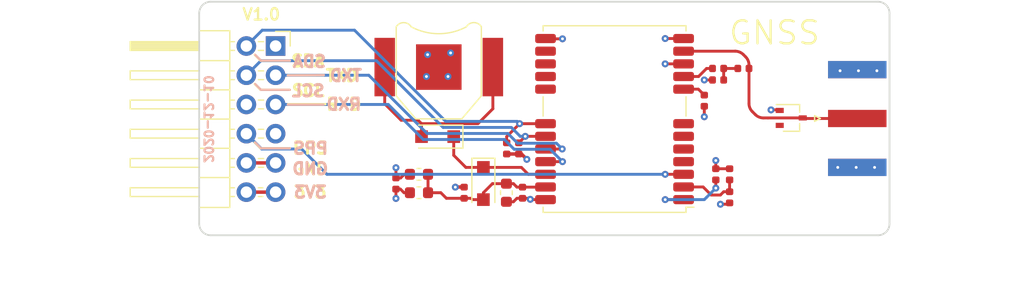
<source format=kicad_pcb>
(kicad_pcb (version 20221018) (generator pcbnew)
  (title_block (title "GNSS") (date "2020-12-17") (rev "r1.0") (company "GsD") (comment 1 "PMOD"))
  (layers (0 "F.Cu" signal) (1 "In1.Cu" signal) (2 "In2.Cu" signal) (31 "B.Cu" signal) (34 "B.Paste" user) (35 "F.Paste" user) (36 "B.SilkS" user "B.Silkscreen") (37 "F.SilkS" user "F.Silkscreen") (38 "B.Mask" user) (39 "F.Mask" user) (44 "Edge.Cuts" user))
  (net 0 "")
  (net 1 "GND")
  (net 2 "+3V3")
  (net 3 "Net-(C2-Pad1)")
  (net 4 "Net-(C6-Pad1)")
  (net 5 "Net-(C7-Pad1)")
  (net 6 "Net-(D1-Pad1)")
  (net 7 "Net-(D3-Pad3)")
  (net 8 "no_connect_23")
  (net 9 "Net-(J1-Pad1)")
  (net 10 "/TXD")
  (net 11 "/RXD")
  (net 12 "Net-(J1-Pad4)")
  (net 13 "/SDA")
  (net 14 "/SCL")
  (net 15 "Net-(J1-Pad9)")
  (net 16 "/TIMEPULSE")
  (net 17 "Net-(R3-Pad2)")
  (net 18 "Net-(R4-Pad2)")
  (net 19 "Net-(R5-Pad2)")
  (net 20 "Net-(R7-Pad2)")
  (net 21 "no_connect_27")
  (net 22 "no_connect_26")
  (net 23 "no_connect_25")
  (net 24 "no_connect_24")
  (net 25 "no_connect_28")
  (net 26 "Net-(U1-Pad6)")
  (net 27 "Net-(U1-Pad5)")
  (net 28 "Net-(U1-Pad4)")
  (footprint "Capacitor_SMD:C_0603_1608Metric" (layer "F.Cu") (at 126.6 96.2 180)
    (fp_text reference "C3" hide)
    (fp_text value "10uF" hide)
    (fp_line (start -0.162779 -0.51) (end 0.162779 -0.51) (stroke (width 0.12)) (layer "F.SilkS"))
    (fp_line (start -0.162779 0.51) (end 0.162779 0.51) (stroke (width 0.12)) (layer "F.SilkS"))
    (pad "1" smd roundrect (at -0.7875 0 180) (size 0.875 0.95) (layers "F.Cu" "F.Paste" "F.Mask") (net 3 "Net-(C2-Pad1)"))
    (pad "2" smd roundrect (at 0.7875 0 180) (size 0.875 0.95) (layers "F.Cu" "F.Paste" "F.Mask") (net 1 "GND"))
  )
  (footprint "Resistor_SMD:R_0402_1005Metric" (layer "F.Cu") (at 153.6 98.2 -90)
    (fp_text reference "R6" hide)
    (fp_text value "0R" hide)
    (pad "1" smd roundrect (at -0.485 0 270) (size 0.59 0.64) (layers "F.Cu" "F.Paste" "F.Mask") (net 19 "Net-(R5-Pad2)"))
    (pad "2" smd roundrect (at 0.485 0 270) (size 0.59 0.64) (layers "F.Cu" "F.Paste" "F.Mask") (net 1 "GND"))
  )
  (footprint "Diode_SMD:D_SOD-123F" (layer "F.Cu") (at 132.2 97 -90)
    (fp_text reference "D1" hide)
    (fp_text value "D_ALT" hide)
    (fp_line (start -2.2 -1) (end -2.2 1) (stroke (width 0.12)) (layer "F.SilkS"))
    (fp_line (start -2.2 -1) (end 1.65 -1) (stroke (width 0.12)) (layer "F.SilkS"))
    (fp_line (start -2.2 1) (end 1.65 1) (stroke (width 0.12)) (layer "F.SilkS"))
    (pad "1" smd rect (at -1.4 0 270) (size 1.1 1.1) (layers "F.Cu" "F.Paste" "F.Mask") (net 6 "Net-(D1-Pad1)"))
    (pad "2" smd rect (at 1.4 0 270) (size 1.1 1.1) (layers "F.Cu" "F.Paste" "F.Mask") (net 3 "Net-(C2-Pad1)"))
  )
  (footprint "Resistor_SMD:R_0402_1005Metric" (layer "F.Cu") (at 135.275 93.95 90)
    (fp_text reference "R1" hide)
    (fp_text value "2K2" hide)
    (pad "1" smd roundrect (at -0.485 0 90) (size 0.59 0.64) (layers "F.Cu" "F.Paste" "F.Mask") (net 2 "+3V3"))
    (pad "2" smd roundrect (at 0.485 0 90) (size 0.59 0.64) (layers "F.Cu" "F.Paste" "F.Mask") (net 14 "/SCL"))
  )
  (footprint "Resistor_SMD:R_0402_1005Metric" (layer "F.Cu") (at 134.225 93.95 90)
    (fp_text reference "R2" hide)
    (fp_text value "2K2" hide)
    (pad "1" smd roundrect (at -0.485 0 90) (size 0.59 0.64) (layers "F.Cu" "F.Paste" "F.Mask") (net 2 "+3V3"))
    (pad "2" smd roundrect (at 0.485 0 90) (size 0.59 0.64) (layers "F.Cu" "F.Paste" "F.Mask") (net 13 "/SDA"))
  )
  (footprint "Package_TO_SOT_SMD:SOT-323_SC-70" (layer "F.Cu") (at 158.956 91.2988)
    (fp_text reference "D3" hide)
    (fp_text value "TVS" hide)
    (fp_line (start -0.68 1.16) (end 0.73 1.16) (stroke (width 0.12)) (layer "F.SilkS"))
    (fp_line (start 0.73 -1.16) (end -1.3 -1.16) (stroke (width 0.12)) (layer "F.SilkS"))
    (fp_line (start 0.73 -1.16) (end 0.73 -0.5) (stroke (width 0.12)) (layer "F.SilkS"))
    (fp_line (start 0.73 0.5) (end 0.73 1.16) (stroke (width 0.12)) (layer "F.SilkS"))
    (pad "1" smd rect (at -1 -0.65 270) (size 0.45 0.7) (layers "F.Cu" "F.Paste" "F.Mask") (net 1 "GND"))
    (pad "2" smd rect (at -1 0.65 270) (size 0.45 0.7) (layers "F.Cu" "F.Paste" "F.Mask") (net 8 "no_connect_23"))
    (pad "3" smd rect (at 1 0 270) (size 0.45 0.7) (layers "F.Cu" "F.Paste" "F.Mask") (net 7 "Net-(D3-Pad3)"))
  )
  (footprint "Capacitor_SMD:C_0603_1608Metric" (layer "F.Cu") (at 134.2 97.8 -90)
    (fp_text reference "C2" hide)
    (fp_text value "10uF" hide)
    (fp_line (start -0.162779 -0.51) (end 0.162779 -0.51) (stroke (width 0.12)) (layer "F.SilkS"))
    (fp_line (start -0.162779 0.51) (end 0.162779 0.51) (stroke (width 0.12)) (layer "F.SilkS"))
    (pad "1" smd roundrect (at -0.7875 0 270) (size 0.875 0.95) (layers "F.Cu" "F.Paste" "F.Mask") (net 3 "Net-(C2-Pad1)"))
    (pad "2" smd roundrect (at 0.7875 0 270) (size 0.875 0.95) (layers "F.Cu" "F.Paste" "F.Mask") (net 1 "GND"))
  )
  (footprint "Capacitor_SMD:C_0402_1005Metric" (layer "F.Cu") (at 124.6 97 90)
    (fp_text reference "C1" hide)
    (fp_text value "1uF" hide)
    (pad "1" smd roundrect (at -0.485 0 90) (size 0.59 0.64) (layers "F.Cu" "F.Paste" "F.Mask") (net 2 "+3V3"))
    (pad "2" smd roundrect (at 0.485 0 90) (size 0.59 0.64) (layers "F.Cu" "F.Paste" "F.Mask") (net 1 "GND"))
  )
  (footprint "Capacitor_SMD:C_0402_1005Metric" (layer "F.Cu") (at 152.6 88 180)
    (fp_text reference "C7" hide)
    (fp_text value "10nF" hide)
    (pad "1" smd roundrect (at -0.485 0 180) (size 0.59 0.64) (layers "F.Cu" "F.Paste" "F.Mask") (net 5 "Net-(C7-Pad1)"))
    (pad "2" smd roundrect (at 0.485 0 180) (size 0.59 0.64) (layers "F.Cu" "F.Paste" "F.Mask") (net 1 "GND"))
  )
  (footprint "Connector_Coaxial:SMA_Amphenol_132289_EdgeMount" (layer "F.Cu") (at 164.6964 91.3496)
    (fp_text reference "J2" hide)
    (fp_text value "IPX" hide)
    (fp_line (start -3.71 -0.25) (end -3.71 0.25) (stroke (width 0.12)) (layer "F.SilkS"))
    (fp_line (start -3.71 0.25) (end -3.21 0) (stroke (width 0.12)) (layer "F.SilkS"))
    (fp_line (start -3.21 0) (end -3.71 -0.25) (stroke (width 0.12)) (layer "F.SilkS"))
    (pad "1" smd rect (at 0 0 90) (size 1.5 5.08) (layers "F.Cu" "F.Paste" "F.Mask") (net 7 "Net-(D3-Pad3)"))
    (pad "2" smd rect (at 0 -4.25 90) (size 1.5 5.08) (layers "F.Cu" "F.Paste" "F.Mask") (net 1 "GND"))
    (pad "2" smd rect (at 0 -4.25 90) (size 1.5 5.08) (layers "B.Cu" "B.Paste" "B.Mask") (net 1 "GND"))
    (pad "2" smd rect (at 0 4.25 90) (size 1.5 5.08) (layers "F.Cu" "F.Paste" "F.Mask") (net 1 "GND"))
    (pad "2" smd rect (at 0 4.25 90) (size 1.5 5.08) (layers "B.Cu" "B.Paste" "B.Mask") (net 1 "GND"))
  )
  (footprint "Capacitor_SMD:C_0402_1005Metric" (layer "F.Cu") (at 130.525 97.8 90)
    (fp_text reference "C5" hide)
    (fp_text value "0.1uF" hide)
    (pad "1" smd roundrect (at -0.485 0 90) (size 0.59 0.64) (layers "F.Cu" "F.Paste" "F.Mask") (net 3 "Net-(C2-Pad1)"))
    (pad "2" smd roundrect (at 0.485 0 90) (size 0.59 0.64) (layers "F.Cu" "F.Paste" "F.Mask") (net 1 "GND"))
  )
  (footprint "Resistor_SMD:R_0402_1005Metric" (layer "F.Cu") (at 152.6 87 180)
    (fp_text reference "R7" hide)
    (fp_text value "10R" hide)
    (pad "1" smd roundrect (at -0.485 0 180) (size 0.59 0.64) (layers "F.Cu" "F.Paste" "F.Mask") (net 5 "Net-(C7-Pad1)"))
    (pad "2" smd roundrect (at 0.485 0 180) (size 0.59 0.64) (layers "F.Cu" "F.Paste" "F.Mask") (net 20 "Net-(R7-Pad2)"))
  )
  (footprint "Inductor_SMD:L_0402_1005Metric" (layer "F.Cu") (at 154.8 87)
    (fp_text reference "L1" hide)
    (fp_text value "47nH" hide)
    (pad "1" smd roundrect (at -0.485 0) (size 0.59 0.64) (layers "F.Cu" "F.Paste" "F.Mask") (net 5 "Net-(C7-Pad1)"))
    (pad "2" smd roundrect (at 0.485 0) (size 0.59 0.64) (layers "F.Cu" "F.Paste" "F.Mask") (net 7 "Net-(D3-Pad3)"))
  )
  (footprint "Diode_SMD:D_SOD-123F" (layer "F.Cu") (at 128.222 92.9244 180)
    (fp_text reference "D2" hide)
    (fp_text value "D_ALT" hide)
    (fp_line (start -2.2 -1) (end -2.2 1) (stroke (width 0.12)) (layer "F.SilkS"))
    (fp_line (start -2.2 -1) (end 1.65 -1) (stroke (width 0.12)) (layer "F.SilkS"))
    (fp_line (start -2.2 1) (end 1.65 1) (stroke (width 0.12)) (layer "F.SilkS"))
    (pad "1" smd rect (at -1.4 0 180) (size 1.1 1.1) (layers "F.Cu" "F.Paste" "F.Mask") (net 6 "Net-(D1-Pad1)"))
    (pad "2" smd rect (at 1.4 0 180) (size 1.1 1.1) (layers "F.Cu" "F.Paste" "F.Mask") (net 4 "Net-(C6-Pad1)"))
  )
  (footprint "Resistor_SMD:R_0402_1005Metric" (layer "F.Cu") (at 153.6 96.2 -90)
    (fp_text reference "R5" hide)
    (fp_text value "0R" hide)
    (pad "1" smd roundrect (at -0.485 0 270) (size 0.59 0.64) (layers "F.Cu" "F.Paste" "F.Mask") (net 2 "+3V3"))
    (pad "2" smd roundrect (at 0.485 0 270) (size 0.59 0.64) (layers "F.Cu" "F.Paste" "F.Mask") (net 19 "Net-(R5-Pad2)"))
  )
  (footprint "Inductor_SMD:L_0603_1608Metric" (layer "F.Cu") (at 126.6 97.8 180)
    (fp_text reference "FB1" hide)
    (fp_text value "100R" hide)
    (fp_line (start -0.162779 -0.51) (end 0.162779 -0.51) (stroke (width 0.12)) (layer "F.SilkS"))
    (fp_line (start -0.162779 0.51) (end 0.162779 0.51) (stroke (width 0.12)) (layer "F.SilkS"))
    (pad "1" smd roundrect (at -0.7875 0 180) (size 0.875 0.95) (layers "F.Cu" "F.Paste" "F.Mask") (net 3 "Net-(C2-Pad1)"))
    (pad "2" smd roundrect (at 0.7875 0 180) (size 0.875 0.95) (layers "F.Cu" "F.Paste" "F.Mask") (net 2 "+3V3"))
  )
  (footprint "Battery:BatteryHolder_Keystone_2998_1x6.8mm" (layer "F.Cu") (at 128.3236 86.8792)
    (fp_text reference "C6" hide)
    (fp_text value "470mF" hide)
    (fp_line (start -3.7 -3.5) (end -3.7 2.5) (stroke (width 0.12)) (layer "F.SilkS"))
    (fp_line (start -2 4.5) (end -3.7 2.5) (stroke (width 0.12)) (layer "F.SilkS"))
    (fp_line (start -2 4.5) (end 2 4.5) (stroke (width 0.12)) (layer "F.SilkS"))
    (fp_line (start 2 4.5) (end 3.7 2.5) (stroke (width 0.12)) (layer "F.SilkS"))
    (fp_line (start 3.7 -3.5) (end 3.7 2.5) (stroke (width 0.12)) (layer "F.SilkS"))
    (fp_arc (start -3.705648 -3.490673) (mid -3.055452 -3.863197) (end -2.4 -3.5) (stroke (width 0.12)) (layer "F.SilkS"))
    (fp_arc (start 2.391383 -3.495415) (mid -0.00488 -2.900002) (end -2.4 -3.5) (stroke (width 0.12)) (layer "F.SilkS"))
    (fp_arc (start 2.392627 -3.493972) (mid 3.046477 -3.866382) (end 3.703723 -3.5) (stroke (width 0.12)) (layer "F.SilkS"))
    (pad "1" smd rect (at -4.7 0) (size 1.78 5.08) (layers "F.Cu" "F.Paste" "F.Mask") (net 4 "Net-(C6-Pad1)"))
    (pad "1" smd rect (at 4.7 0) (size 1.78 5.08) (layers "F.Cu" "F.Paste" "F.Mask") (net 4 "Net-(C6-Pad1)"))
    (pad "2" smd rect (at 0 0) (size 3.96 3.96) (layers "F.Cu" "F.Paste" "F.Mask") (net 1 "GND"))
  )
  (footprint "Resistor_SMD:R_0402_1005Metric" (layer "F.Cu") (at 151.4 89.8 90)
    (fp_text reference "R3" hide)
    (fp_text value "1K" hide)
    (pad "1" smd roundrect (at -0.485 0 90) (size 0.59 0.64) (layers "F.Cu" "F.Paste" "F.Mask") (net 2 "+3V3"))
    (pad "2" smd roundrect (at 0.485 0 90) (size 0.59 0.64) (layers "F.Cu" "F.Paste" "F.Mask") (net 17 "Net-(R3-Pad2)"))
  )
  (footprint "RF_GPS:ublox_NEO" (layer "F.Cu") (at 143.6 91.4 180)
    (fp_text reference "U1" hide)
    (fp_text value "NEO-M8Q" hide)
    (fp_line (start -6.9 -7.66) (end -6.21 -7.66) (stroke (width 0.12)) (layer "F.SilkS"))
    (fp_line (start -6.21 -8.11) (end -6.21 -7.66) (stroke (width 0.12)) (layer "F.SilkS"))
    (fp_line (start -6.21 -8.11) (end 6.21 -8.11) (stroke (width 0.12)) (layer "F.SilkS"))
    (fp_line (start -6.21 0.26) (end -6.21 1.94) (stroke (width 0.12)) (layer "F.SilkS"))
    (fp_line (start -6.21 7.66) (end -6.21 8.11) (stroke (width 0.12)) (layer "F.SilkS"))
    (fp_line (start -6.21 8.11) (end 6.21 8.11) (stroke (width 0.12)) (layer "F.SilkS"))
    (fp_line (start 6.21 -8.11) (end 6.21 -7.66) (stroke (width 0.12)) (layer "F.SilkS"))
    (fp_line (start 6.21 0.26) (end 6.21 1.94) (stroke (width 0.12)) (layer "F.SilkS"))
    (fp_line (start 6.21 7.66) (end 6.21 8.1) (stroke (width 0.12)) (layer "F.SilkS"))
    (pad "1" smd roundrect (at -6 -7 180) (size 1.8 0.8) (layers "F.Cu" "F.Paste" "F.Mask") (net 18 "Net-(R4-Pad2)"))
    (pad "2" smd roundrect (at -6 -5.9 180) (size 1.8 0.8) (layers "F.Cu" "F.Paste" "F.Mask") (net 19 "Net-(R5-Pad2)"))
    (pad "3" smd roundrect (at -6 -4.8 180) (size 1.8 0.8) (layers "F.Cu" "F.Paste" "F.Mask") (net 16 "/TIMEPULSE"))
    (pad "4" smd roundrect (at -6 -3.7 180) (size 1.8 0.8) (layers "F.Cu" "F.Paste" "F.Mask") (net 28 "Net-(U1-Pad4)"))
    (pad "5" smd roundrect (at -6 -2.6 180) (size 1.8 0.8) (layers "F.Cu" "F.Paste" "F.Mask") (net 27 "Net-(U1-Pad5)"))
    (pad "6" smd roundrect (at -6 -1.5 180) (size 1.8 0.8) (layers "F.Cu" "F.Paste" "F.Mask") (net 26 "Net-(U1-Pad6)"))
    (pad "7" smd roundrect (at -6 -0.4 180) (size 1.8 0.8) (layers "F.Cu" "F.Paste" "F.Mask") (net 25 "no_connect_28"))
    (pad "8" smd roundrect (at -6 2.6 180) (size 1.8 0.8) (layers "F.Cu" "F.Paste" "F.Mask") (net 17 "Net-(R3-Pad2)"))
    (pad "9" smd roundrect (at -6 3.7 180) (size 1.8 0.8) (layers "F.Cu" "F.Paste" "F.Mask") (net 20 "Net-(R7-Pad2)"))
    (pad "10" smd roundrect (at -6 4.8 180) (size 1.8 0.8) (layers "F.Cu" "F.Paste" "F.Mask") (net 1 "GND"))
    (pad "11" smd roundrect (at -6 5.9 180) (size 1.8 0.8) (layers "F.Cu" "F.Paste" "F.Mask") (net 7 "Net-(D3-Pad3)"))
    (pad "12" smd roundrect (at -6 7 180) (size 1.8 0.8) (layers "F.Cu" "F.Paste" "F.Mask") (net 1 "GND"))
    (pad "13" smd roundrect (at 6 7 180) (size 1.8 0.8) (layers "F.Cu" "F.Paste" "F.Mask") (net 1 "GND"))
    (pad "14" smd roundrect (at 6 5.9 180) (size 1.8 0.8) (layers "F.Cu" "F.Paste" "F.Mask") (net 24 "no_connect_24"))
    (pad "15" smd roundrect (at 6 4.8 180) (size 1.8 0.8) (layers "F.Cu" "F.Paste" "F.Mask") (net 23 "no_connect_25"))
    (pad "16" smd roundrect (at 6 3.7 180) (size 1.8 0.8) (layers "F.Cu" "F.Paste" "F.Mask") (net 22 "no_connect_26"))
    (pad "17" smd roundrect (at 6 2.6 180) (size 1.8 0.8) (layers "F.Cu" "F.Paste" "F.Mask") (net 21 "no_connect_27"))
    (pad "18" smd roundrect (at 6 -0.4 180) (size 1.8 0.8) (layers "F.Cu" "F.Paste" "F.Mask") (net 13 "/SDA"))
    (pad "19" smd roundrect (at 6 -1.5 180) (size 1.8 0.8) (layers "F.Cu" "F.Paste" "F.Mask") (net 14 "/SCL"))
    (pad "20" smd roundrect (at 6 -2.6 180) (size 1.8 0.8) (layers "F.Cu" "F.Paste" "F.Mask") (net 10 "/TXD"))
    (pad "21" smd roundrect (at 6 -3.7 180) (size 1.8 0.8) (layers "F.Cu" "F.Paste" "F.Mask") (net 11 "/RXD"))
    (pad "22" smd roundrect (at 6 -4.8 180) (size 1.8 0.8) (layers "F.Cu" "F.Paste" "F.Mask") (net 6 "Net-(D1-Pad1)"))
    (pad "23" smd roundrect (at 6 -5.9 180) (size 1.8 0.8) (layers "F.Cu" "F.Paste" "F.Mask") (net 3 "Net-(C2-Pad1)"))
    (pad "24" smd roundrect (at 6 -7 180) (size 1.8 0.8) (layers "F.Cu" "F.Paste" "F.Mask") (net 1 "GND"))
  )
  (footprint "Resistor_SMD:R_0402_1005Metric" (layer "F.Cu") (at 152.4 96.2 -90)
    (fp_text reference "R4" hide)
    (fp_text value "1K" hide)
    (pad "1" smd roundrect (at -0.485 0 270) (size 0.59 0.64) (layers "F.Cu" "F.Paste" "F.Mask") (net 2 "+3V3"))
    (pad "2" smd roundrect (at 0.485 0 270) (size 0.59 0.64) (layers "F.Cu" "F.Paste" "F.Mask") (net 18 "Net-(R4-Pad2)"))
  )
  (footprint "Capacitor_SMD:C_0402_1005Metric" (layer "F.Cu") (at 135.6 97.8 -90)
    (fp_text reference "C4" hide)
    (fp_text value "0.1uF" hide)
    (pad "1" smd roundrect (at -0.485 0 270) (size 0.59 0.64) (layers "F.Cu" "F.Paste" "F.Mask") (net 3 "Net-(C2-Pad1)"))
    (pad "2" smd roundrect (at 0.485 0 270) (size 0.59 0.64) (layers "F.Cu" "F.Paste" "F.Mask") (net 1 "GND"))
  )
  (footprint "pkl_connectors:PMODHeader_2x06_P2.54mm_Horizontal" (layer "F.Cu") (at 114.14 97.75 180)
    (fp_text reference "J1" hide)
    (fp_text value "PMOD" hide)
    (fp_line (start -1.27 13.97) (end -1.27 12.7) (stroke (width 0.12)) (layer "F.SilkS"))
    (fp_line (start 0 13.97) (end -1.27 13.97) (stroke (width 0.12)) (layer "F.SilkS"))
    (fp_line (start 1.042929 2.16) (end 1.497071 2.16) (stroke (width 0.12)) (layer "F.SilkS"))
    (fp_line (start 1.042929 2.92) (end 1.497071 2.92) (stroke (width 0.12)) (layer "F.SilkS"))
    (fp_line (start 1.042929 4.7) (end 1.497071 4.7) (stroke (width 0.12)) (layer "F.SilkS"))
    (fp_line (start 1.042929 5.46) (end 1.497071 5.46) (stroke (width 0.12)) (layer "F.SilkS"))
    (fp_line (start 1.042929 7.24) (end 1.497071 7.24) (stroke (width 0.12)) (layer "F.SilkS"))
    (fp_line (start 1.042929 8) (end 1.497071 8) (stroke (width 0.12)) (layer "F.SilkS"))
    (fp_line (start 1.042929 9.78) (end 1.497071 9.78) (stroke (width 0.12)) (layer "F.SilkS"))
    (fp_line (start 1.042929 10.54) (end 1.497071 10.54) (stroke (width 0.12)) (layer "F.SilkS"))
    (fp_line (start 1.042929 12.32) (end 1.497071 12.32) (stroke (width 0.12)) (layer "F.SilkS"))
    (fp_line (start 1.042929 13.08) (end 1.497071 13.08) (stroke (width 0.12)) (layer "F.SilkS"))
    (fp_line (start 1.11 -0.38) (end 1.497071 -0.38) (stroke (width 0.12)) (layer "F.SilkS"))
    (fp_line (start 1.11 0.38) (end 1.497071 0.38) (stroke (width 0.12)) (layer "F.SilkS"))
    (fp_line (start 3.582929 -0.38) (end 3.98 -0.38) (stroke (width 0.12)) (layer "F.SilkS"))
    (fp_line (start 3.582929 0.38) (end 3.98 0.38) (stroke (width 0.12)) (layer "F.SilkS"))
    (fp_line (start 3.582929 2.16) (end 3.98 2.16) (stroke (width 0.12)) (layer "F.SilkS"))
    (fp_line (start 3.582929 2.92) (end 3.98 2.92) (stroke (width 0.12)) (layer "F.SilkS"))
    (fp_line (start 3.582929 4.7) (end 3.98 4.7) (stroke (width 0.12)) (layer "F.SilkS"))
    (fp_line (start 3.582929 5.46) (end 3.98 5.46) (stroke (width 0.12)) (layer "F.SilkS"))
    (fp_line (start 3.582929 7.24) (end 3.98 7.24) (stroke (width 0.12)) (layer "F.SilkS"))
    (fp_line (start 3.582929 8) (end 3.98 8) (stroke (width 0.12)) (layer "F.SilkS"))
    (fp_line (start 3.582929 9.78) (end 3.98 9.78) (stroke (width 0.12)) (layer "F.SilkS"))
    (fp_line (start 3.582929 10.54) (end 3.98 10.54) (stroke (width 0.12)) (layer "F.SilkS"))
    (fp_line (start 3.582929 12.32) (end 3.98 12.32) (stroke (width 0.12)) (layer "F.SilkS"))
    (fp_line (start 3.582929 13.08) (end 3.98 13.08) (stroke (width 0.12)) (layer "F.SilkS"))
    (fp_line (start 3.98 -1.33) (end 3.98 14.03) (stroke (width 0.12)) (layer "F.SilkS"))
    (fp_line (start 3.98 1.27) (end 6.64 1.27) (stroke (width 0.12)) (layer "F.SilkS"))
    (fp_line (start 3.98 3.81) (end 6.64 3.81) (stroke (width 0.12)) (layer "F.SilkS"))
    (fp_line (start 3.98 6.35) (end 6.64 6.35) (stroke (width 0.12)) (layer "F.SilkS"))
    (fp_line (start 3.98 8.89) (end 6.64 8.89) (stroke (width 0.12)) (layer "F.SilkS"))
    (fp_line (start 3.98 11.43) (end 6.64 11.43) (stroke (width 0.12)) (layer "F.SilkS"))
    (fp_line (start 3.98 14.03) (end 6.64 14.03) (stroke (width 0.12)) (layer "F.SilkS"))
    (fp_line (start 6.64 -1.33) (end 3.98 -1.33) (stroke (width 0.12)) (layer "F.SilkS"))
    (fp_line (start 6.64 -0.38) (end 12.64 -0.38) (stroke (width 0.12)) (layer "F.SilkS"))
    (fp_line (start 6.64 2.16) (end 12.64 2.16) (stroke (width 0.12)) (layer "F.SilkS"))
    (fp_line (start 6.64 4.7) (end 12.64 4.7) (stroke (width 0.12)) (layer "F.SilkS"))
    (fp_line (start 6.64 7.24) (end 12.64 7.24) (stroke (width 0.12)) (layer "F.SilkS"))
    (fp_line (start 6.64 9.78) (end 12.64 9.78) (stroke (width 0.12)) (layer "F.SilkS"))
    (fp_line (start 6.64 12.32) (end 12.64 12.32) (stroke (width 0.12)) (layer "F.SilkS"))
    (fp_line (start 6.64 12.38) (end 12.64 12.38) (stroke (width 0.12)) (layer "F.SilkS"))
    (fp_line (start 6.64 12.5) (end 12.64 12.5) (stroke (width 0.12)) (layer "F.SilkS"))
    (fp_line (start 6.64 12.62) (end 12.64 12.62) (stroke (width 0.12)) (layer "F.SilkS"))
    (fp_line (start 6.64 12.74) (end 12.64 12.74) (stroke (width 0.12)) (layer "F.SilkS"))
    (fp_line (start 6.64 12.86) (end 12.64 12.86) (stroke (width 0.12)) (layer "F.SilkS"))
    (fp_line (start 6.64 12.98) (end 12.64 12.98) (stroke (width 0.12)) (layer "F.SilkS"))
    (fp_line (start 6.64 14.03) (end 6.64 -1.33) (stroke (width 0.12)) (layer "F.SilkS"))
    (fp_line (start 12.64 -0.38) (end 12.64 0.38) (stroke (width 0.12)) (layer "F.SilkS"))
    (fp_line (start 12.64 0.38) (end 6.64 0.38) (stroke (width 0.12)) (layer "F.SilkS"))
    (fp_line (start 12.64 2.16) (end 12.64 2.92) (stroke (width 0.12)) (layer "F.SilkS"))
    (fp_line (start 12.64 2.92) (end 6.64 2.92) (stroke (width 0.12)) (layer "F.SilkS"))
    (fp_line (start 12.64 4.7) (end 12.64 5.46) (stroke (width 0.12)) (layer "F.SilkS"))
    (fp_line (start 12.64 5.46) (end 6.64 5.46) (stroke (width 0.12)) (layer "F.SilkS"))
    (fp_line (start 12.64 7.24) (end 12.64 8) (stroke (width 0.12)) (layer "F.SilkS"))
    (fp_line (start 12.64 8) (end 6.64 8) (stroke (width 0.12)) (layer "F.SilkS"))
    (fp_line (start 12.64 9.78) (end 12.64 10.54) (stroke (width 0.12)) (layer "F.SilkS"))
    (fp_line (start 12.64 10.54) (end 6.64 10.54) (stroke (width 0.12)) (layer "F.SilkS"))
    (fp_line (start 12.64 12.32) (end 12.64 13.08) (stroke (width 0.12)) (layer "F.SilkS"))
    (fp_line (start 12.64 13.08) (end 6.64 13.08) (stroke (width 0.12)) (layer "F.SilkS"))
    (pad "1" thru_hole rect (at 0 12.7 180) (size 1.7 1.7) (drill 1) (layers "*.Cu" "*.Mask") (net 9 "Net-(J1-Pad1)"))
    (pad "2" thru_hole oval (at 0 10.16 180) (size 1.7 1.7) (drill 1) (layers "*.Cu" "*.Mask") (net 10 "/TXD"))
    (pad "3" thru_hole oval (at 0 7.62 180) (size 1.7 1.7) (drill 1) (layers "*.Cu" "*.Mask") (net 11 "/RXD"))
    (pad "4" thru_hole oval (at 0 5.08 180) (size 1.7 1.7) (drill 1) (layers "*.Cu" "*.Mask") (net 12 "Net-(J1-Pad4)"))
    (pad "5" thru_hole oval (at 0 2.54 180) (size 1.7 1.7) (drill 1) (layers "*.Cu" "*.Mask") (net 1 "GND"))
    (pad "6" thru_hole circle (at 0 0 180) (size 1.7 1.7) (drill 1) (layers "*.Cu" "*.Mask") (net 2 "+3V3"))
    (pad "7" thru_hole circle (at 2.54 12.7 180) (size 1.7 1.7) (drill 1) (layers "*.Cu" "*.Mask") (net 13 "/SDA"))
    (pad "8" thru_hole oval (at 2.54 10.16 180) (size 1.7 1.7) (drill 1) (layers "*.Cu" "*.Mask") (net 14 "/SCL"))
    (pad "9" thru_hole oval (at 2.54 7.62 180) (size 1.7 1.7) (drill 1) (layers "*.Cu" "*.Mask") (net 15 "Net-(J1-Pad9)"))
    (pad "10" thru_hole oval (at 2.54 5.08 180) (size 1.7 1.7) (drill 1) (layers "*.Cu" "*.Mask") (net 16 "/TIMEPULSE"))
    (pad "11" thru_hole oval (at 2.54 2.54 180) (size 1.7 1.7) (drill 1) (layers "*.Cu" "*.Mask") (net 1 "GND"))
    (pad "12" thru_hole oval (at 2.54 0 180) (size 1.7 1.7) (drill 1) (layers "*.Cu" "*.Mask") (net 2 "+3V3"))
  )
  (gr_line (start 112.362 88.352) (end 112.87 88.86) (stroke (width 0.2)) (layer "B.SilkS"))
  (gr_line (start 112.87 86.32) (end 115.374 86.32) (stroke (width 0.2)) (layer "B.SilkS"))
  (gr_line (start 112.87 93.94) (end 115.374 93.94) (stroke (width 0.2)) (layer "B.SilkS"))
  (gr_line (start 115.2 87.6) (end 118.325 87.575) (stroke (width 0.2)) (layer "B.SilkS"))
  (gr_line (start 112.362 85.812) (end 112.87 86.32) (stroke (width 0.2)) (layer "B.SilkS"))
  (gr_line (start 112.362 93.432) (end 112.87 93.94) (stroke (width 0.2)) (layer "B.SilkS"))
  (gr_line (start 115.2 90.15) (end 118.3 90.15) (stroke (width 0.2)) (layer "B.SilkS"))
  (gr_line (start 112.87 88.86) (end 115.374 88.86) (stroke (width 0.2)) (layer "B.SilkS"))
  (gr_line (start 115.2 87.6) (end 118.325 87.575) (stroke (width 0.2)) (layer "F.SilkS"))
  (gr_line (start 115.225 90.1) (end 118.475 90.1) (stroke (width 0.2)) (layer "F.SilkS"))
  (gr_line (start 112.834 93.94) (end 115.374 93.94) (stroke (width 0.2)) (layer "F.SilkS"))
  (gr_line (start 112.834 88.86) (end 115.374 88.86) (stroke (width 0.2)) (layer "F.SilkS"))
  (gr_line (start 112.834 86.32) (end 115.374 86.32) (stroke (width 0.2)) (layer "F.SilkS"))
  (gr_line (start 112.326 93.432) (end 112.834 93.94) (stroke (width 0.2)) (layer "F.SilkS"))
  (gr_line (start 112.326 88.352) (end 112.834 88.86) (stroke (width 0.2)) (layer "F.SilkS"))
  (gr_line (start 112.326 85.812) (end 112.834 86.32) (stroke (width 0.2)) (layer "F.SilkS"))
  (gr_arc (start 166.5 81.2) (mid 167.207107 81.492893) (end 167.5 82.2) (stroke (width 0.15)) (layer "Edge.Cuts"))
  (gr_line (start 108.5 81.2) (end 166.5 81.2) (stroke (width 0.15)) (layer "Edge.Cuts"))
  (gr_arc (start 167.5 100.5) (mid 167.207107 101.207107) (end 166.5 101.5) (stroke (width 0.15)) (layer "Edge.Cuts"))
  (gr_line (start 167.5 82.2) (end 167.5 100.5) (stroke (width 0.15)) (layer "Edge.Cuts"))
  (gr_line (start 107.5 100.5) (end 107.5 82.2) (stroke (width 0.15)) (layer "Edge.Cuts"))
  (gr_arc (start 108.5 101.5) (mid 107.792893 101.207107) (end 107.5 100.5) (stroke (width 0.15)) (layer "Edge.Cuts"))
  (gr_line (start 166.5 101.5) (end 108.5 101.5) (stroke (width 0.15)) (layer "Edge.Cuts"))
  (gr_arc (start 107.5 82.2) (mid 107.792893 81.492893) (end 108.5 81.2) (stroke (width 0.15)) (layer "Edge.Cuts"))
  (gr_text "GND" (at 117.152 95.718) (layer "B.SilkS") (effects (font (size 1 1) (thickness 0.25)) (justify mirror)))
  (gr_text "SCL" (at 116.975 88.95) (layer "B.SilkS") (effects (font (size 1 1) (thickness 0.25)) (justify mirror)))
  (gr_text "3V3" (at 117.152 97.75) (layer "B.SilkS") (effects (font (size 1 1) (thickness 0.25)) (justify mirror)))
  (gr_text "2020-12-10\n" (at 108.298 91.4 270) (layer "B.SilkS") (effects (font (size 0.75 0.75) (thickness 0.1875)) (justify mirror)))
  (gr_text "SDA" (at 117.075 86.4) (layer "B.SilkS") (effects (font (size 1 1) (thickness 0.25)) (justify mirror)))
  (gr_text "TXD" (at 120.246428 87.6225) (layer "B.SilkS") (effects (font (size 1 1) (thickness 0.25)) (justify mirror)))
  (gr_text "PPS" (at 117.175 93.95) (layer "B.SilkS") (effects (font (size 1 1) (thickness 0.25)) (justify mirror)))
  (gr_text "RXD" (at 120.071427 90.1225) (layer "B.SilkS") (effects (font (size 1 1) (thickness 0.25)) (justify mirror)))
  (gr_text "PPS" (at 117.15 93.925) (layer "F.SilkS") (effects (font (size 1 1) (thickness 0.25))))
  (gr_text "TXD" (at 119.9 87.625) (layer "F.SilkS") (effects (font (size 1 1) (thickness 0.25))))
  (gr_text "GND" (at 117.152 95.718) (layer "F.SilkS") (effects (font (size 1 1) (thickness 0.25))))
  (gr_text "SDA" (at 116.95 86.35) (layer "F.SilkS") (effects (font (size 1 1) (thickness 0.25))))
  (gr_text "RXD" (at 120.075 90.125) (layer "F.SilkS") (effects (font (size 1 1) (thickness 0.25))))
  (gr_text "V1.0" (at 112.9 82.3) (layer "F.SilkS") (effects (font (size 1 1) (thickness 0.2))))
  (gr_text "GNSS" (at 157.5 83.9) (layer "F.SilkS") (effects (font (size 2 2) (thickness 0.2))))
  (gr_text "3V3" (at 117.152 97.75) (layer "F.SilkS") (effects (font (size 1 1) (thickness 0.25))))
  (gr_text "SCL" (at 116.975 88.925) (layer "F.SilkS") (effects (font (size 1 1) (thickness 0.25))))
  (segment (start 157.956 90.6488) (end 157.9072 90.6) (width 0.25) (layer "F.Cu") (net 1))
  (segment (start 125.01 96.515) (end 124.6 96.515) (width 0.25) (layer "F.Cu") (net 1))
  (segment (start 135.115 98.285) (end 135.6 98.285) (width 0.25) (layer "F.Cu") (net 1))
  (segment (start 136.3 98.4) (end 136.275 98.375) (width 0.25) (layer "F.Cu") (net 1))
  (segment (start 124.6 96.515) (end 124.6 95.625) (width 0.25) (layer "F.Cu") (net 1))
  (segment (start 149.6 84.4) (end 148 84.4) (width 0.25) (layer "F.Cu") (net 1))
  (segment (start 153.485 98.8) (end 152.8 98.8) (width 0.25) (layer "F.Cu") (net 1))
  (segment (start 130.51 97.305) (end 129.77 97.305) (width 0.3) (layer "F.Cu") (net 1))
  (segment (start 157.9072 90.6) (end 157.2 90.6) (width 0.25) (layer "F.Cu") (net 1))
  (segment (start 134.8125 98.5875) (end 135.115 98.285) (width 0.25) (layer "F.Cu") (net 1))
  (segment (start 129.77 97.305) (end 129.76 97.315) (width 0.3) (layer "F.Cu") (net 1))
  (segment (start 135.6 98.285) (end 136.185 98.285) (width 0.25) (layer "F.Cu") (net 1))
  (segment (start 125.8125 96.2) (end 125.325 96.2) (width 0.25) (layer "F.Cu") (net 1))
  (segment (start 111.6 95.21) (end 114.14 95.21) (width 0.3) (layer "F.Cu") (net 1))
  (segment (start 137.625 84.425) (end 139.075 84.425) (width 0.25) (layer "F.Cu") (net 1))
  (segment (start 125.325 96.2) (end 125.01 96.515) (width 0.25) (layer "F.Cu") (net 1))
  (segment (start 137.6 98.4) (end 136.3 98.4) (width 0.25) (layer "F.Cu") (net 1))
  (segment (start 137.6 84.4) (end 137.625 84.425) (width 0.25) (layer "F.Cu") (net 1))
  (segment (start 152.115 88) (end 151.4 88) (width 0.25) (layer "F.Cu") (net 1))
  (segment (start 153.6 98.685) (end 153.485 98.8) (width 0.25) (layer "F.Cu") (net 1))
  (segment (start 136.185 98.285) (end 136.275 98.375) (width 0.25) (layer "F.Cu") (net 1))
  (segment (start 149.6 86.6) (end 148 86.6) (width 0.25) (layer "F.Cu") (net 1))
  (segment (start 134.2 98.5875) (end 134.8125 98.5875) (width 0.25) (layer "F.Cu") (net 1))
  (via (at 164.8 87.2) (size 0.6) (drill 0.25) (layers "F.Cu" "B.Cu") (net 1))
  (via (at 127.35 85.8) (size 0.6) (drill 0.25) (layers "F.Cu" "B.Cu") (net 1))
  (via (at 163 95.6) (size 0.6) (drill 0.25) (layers "F.Cu" "B.Cu") (net 1))
  (via (at 152.8 98.8) (size 0.6) (drill 0.25) (layers "F.Cu" "B.Cu") (net 1))
  (via (at 163.2 87.2) (size 0.6) (drill 0.25) (layers "F.Cu" "B.Cu") (net 1))
  (via (at 166.2 95.6) (size 0.6) (drill 0.25) (layers "F.Cu" "B.Cu") (net 1))
  (via (at 148 84.4) (size 0.6) (drill 0.25) (layers "F.Cu" "B.Cu") (net 1))
  (via (at 151.4 88) (size 0.6) (drill 0.25) (layers "F.Cu" "B.Cu") (net 1))
  (via (at 129.35 85.65) (size 0.6) (drill 0.25) (layers "F.Cu" "B.Cu") (net 1))
  (via (at 127.25 87.7) (size 0.6) (drill 0.25) (layers "F.Cu" "B.Cu") (net 1))
  (via (at 157.2 90.6) (size 0.6) (drill 0.25) (layers "F.Cu" "B.Cu") (net 1))
  (via (at 129.125 87.7) (size 0.6) (drill 0.25) (layers "F.Cu" "B.Cu") (net 1))
  (via (at 148 86.6) (size 0.6) (drill 0.25) (layers "F.Cu" "B.Cu") (net 1))
  (via (at 139.075 84.425) (size 0.6) (drill 0.25) (layers "F.Cu" "B.Cu") (net 1))
  (via (at 164.6 95.6) (size 0.6) (drill 0.25) (layers "F.Cu" "B.Cu") (net 1))
  (via (at 136.275 98.375) (size 0.6) (drill 0.25) (layers "F.Cu" "B.Cu") (net 1))
  (via (at 166.4 87.2) (size 0.6) (drill 0.25) (layers "F.Cu" "B.Cu") (net 1))
  (via (at 129.76 97.315) (size 0.6) (drill 0.25) (layers "F.Cu" "B.Cu") (net 1))
  (via (at 124.6 95.625) (size 0.6) (drill 0.25) (layers "F.Cu" "B.Cu") (net 1))
  (segment (start 124.6 97.485) (end 124.6 98.3) (width 0.25) (layer "F.Cu") (net 2))
  (segment (start 125.3 97.8) (end 124.985 97.485) (width 0.25) (layer "F.Cu") (net 2))
  (segment (start 152.4 95.715) (end 152.4 95) (width 0.25) (layer "F.Cu") (net 2))
  (segment (start 153.6 95.715) (end 152.4 95.715) (width 0.25) (layer "F.Cu") (net 2))
  (segment (start 135.275 94.435) (end 134.225 94.435) (width 0.3) (layer "F.Cu") (net 2))
  (segment (start 124.985 97.485) (end 124.6 97.485) (width 0.25) (layer "F.Cu") (net 2))
  (segment (start 151.4 90.285) (end 151.4 91.2) (width 0.25) (layer "F.Cu") (net 2))
  (segment (start 111.6 97.75) (end 114.14 97.75) (width 0.3) (layer "F.Cu") (net 2))
  (segment (start 125.8125 97.8) (end 125.3 97.8) (width 0.25) (layer "F.Cu") (net 2))
  (segment (start 135.51 94.435) (end 135.275 94.435) (width 0.3) (layer "F.Cu") (net 2))
  (segment (start 135.975 94.9) (end 135.51 94.435) (width 0.3) (layer "F.Cu") (net 2))
  (via (at 135.975 94.9) (size 0.6) (drill 0.25) (layers "F.Cu" "B.Cu") (net 2))
  (via (at 124.6 98.3) (size 0.6) (drill 0.25) (layers "F.Cu" "B.Cu") (net 2))
  (via (at 152.4 95) (size 0.6) (drill 0.25) (layers "F.Cu" "B.Cu") (net 2))
  (via (at 151.4 91.2) (size 0.6) (drill 0.25) (layers "F.Cu" "B.Cu") (net 2))
  (segment (start 127.3875 97.8) (end 128.5 97.8) (width 0.25) (layer "F.Cu") (net 3))
  (segment (start 137.585 97.315) (end 135.6 97.315) (width 0.25) (layer "F.Cu") (net 3))
  (segment (start 135.115 97.315) (end 134.8125 97.0125) (width 0.25) (layer "F.Cu") (net 3))
  (segment (start 134.2 97.0125) (end 132.9875 97.0125) (width 0.25) (layer "F.Cu") (net 3))
  (segment (start 135.6 97.315) (end 135.115 97.315) (width 0.25) (layer "F.Cu") (net 3))
  (segment (start 130.525 98.285) (end 131.135 98.285) (width 0.25) (layer "F.Cu") (net 3))
  (segment (start 132.2 97.8) (end 132.2 98.4) (width 0.25) (layer "F.Cu") (net 3))
  (segment (start 128.985 98.285) (end 130.525 98.285) (width 0.25) (layer "F.Cu") (net 3))
  (segment (start 134.8125 97.0125) (end 134.2 97.0125) (width 0.25) (layer "F.Cu") (net 3))
  (segment (start 132.9875 97.0125) (end 132.2 97.8) (width 0.25) (layer "F.Cu") (net 3))
  (segment (start 137.6 97.3) (end 137.585 97.315) (width 0.25) (layer "F.Cu") (net 3))
  (segment (start 127.3875 96.2) (end 127.3875 97.8) (width 0.25) (layer "F.Cu") (net 3))
  (segment (start 131.25 98.4) (end 132.2 98.4) (width 0.25) (layer "F.Cu") (net 3))
  (segment (start 128.5 97.8) (end 128.985 98.285) (width 0.25) (layer "F.Cu") (net 3))
  (segment (start 131.135 98.285) (end 131.25 98.4) (width 0.25) (layer "F.Cu") (net 3))
  (segment (start 126.525 91.5) (end 126.822 91.797) (width 0.25) (layer "F.Cu") (net 4))
  (segment (start 126.822 91.797) (end 126.822 92.9244) (width 0.25) (layer "F.Cu") (net 4))
  (segment (start 133.0236 86.8792) (end 133.0236 90.5014) (width 0.25) (layer "F.Cu") (net 4))
  (segment (start 123.6236 90.0736) (end 125.05 91.5) (width 0.25) (layer "F.Cu") (net 4))
  (segment (start 123.6236 86.8792) (end 123.6236 90.0736) (width 0.25) (layer "F.Cu") (net 4))
  (segment (start 131.728 91.797) (end 126.822 91.797) (width 0.25) (layer "F.Cu") (net 4))
  (segment (start 133.0236 90.5014) (end 131.728 91.797) (width 0.25) (layer "F.Cu") (net 4))
  (segment (start 125.05 91.5) (end 126.525 91.5) (width 0.25) (layer "F.Cu") (net 4))
  (segment (start 154.315 87) (end 153.085 87) (width 0.25) (layer "F.Cu") (net 5))
  (segment (start 153.085 88) (end 153.085 87) (width 0.25) (layer "F.Cu") (net 5))
  (segment (start 130.675 95.6) (end 132.2 95.6) (width 0.25) (layer "F.Cu") (net 6))
  (segment (start 129.622 94.547) (end 130.675 95.6) (width 0.25) (layer "F.Cu") (net 6))
  (segment (start 129.622 92.9244) (end 129.622 94.547) (width 0.25) (layer "F.Cu") (net 6))
  (segment (start 135.5 95.6) (end 132.2 95.6) (width 0.25) (layer "F.Cu") (net 6))
  (segment (start 136.1 96.2) (end 135.5 95.6) (width 0.25) (layer "F.Cu") (net 6))
  (segment (start 137.6 96.2) (end 136.1 96.2) (width 0.25) (layer "F.Cu") (net 6))
  (segment (start 156.538014 91.2988) (end 156.938014 91.2988) (width 0.25) (layer "F.Cu") (net 7))
  (segment (start 155.285 86.699214) (end 155.285 87) (width 0.25) (layer "F.Cu") (net 7))
  (segment (start 156.938014 91.2988) (end 159.956 91.2988) (width 0.25) (layer "F.Cu") (net 7))
  (segment (start 155.285 87) (end 155.285 90.045786) (width 0.25) (layer "F.Cu") (net 7))
  (segment (start 154.792893 85.792893) (end 154.992107 85.992107) (width 0.25) (layer "F.Cu") (net 7))
  (segment (start 159.956 91.2988) (end 160.0068 91.3496) (width 0.25) (layer "F.Cu") (net 7))
  (segment (start 160.0068 91.3496) (end 164.6964 91.3496) (width 0.25) (layer "F.Cu") (net 7))
  (segment (start 149.6 85.5) (end 154.085786 85.5) (width 0.25) (layer "F.Cu") (net 7))
  (segment (start 155.577893 90.752893) (end 155.830907 91.005907) (width 0.25) (layer "F.Cu") (net 7))
  (arc (start 155.285 86.699214) (mid 155.20888 86.316531) (end 154.992107 85.992107) (width 0.25) (layer "F.Cu") (net 7))
  (arc (start 154.085786 85.5) (mid 154.468469 85.57612) (end 154.792893 85.792893) (width 0.25) (layer "F.Cu") (net 7))
  (arc (start 155.577893 90.752893) (mid 155.36112 90.42847) (end 155.285 90.045786) (width 0.25) (layer "F.Cu") (net 7))
  (arc (start 155.830907 91.005907) (mid 156.15533 91.22268) (end 156.538014 91.2988) (width 0.25) (layer "F.Cu") (net 7))
  (segment (start 137.6 94) (end 139.05 94) (width 0.25) (layer "F.Cu") (net 10))
  (via (at 139.05 94) (size 0.6) (drill 0.25) (layers "F.Cu" "B.Cu") (net 10))
  (segment (start 134.325 92.65) (end 127.3 92.65) (width 0.25) (layer "B.Cu") (net 10))
  (segment (start 127.3 92.65) (end 122.24 87.59) (width 0.25) (layer "B.Cu") (net 10))
  (segment (start 135.175 93.5) (end 134.325 92.65) (width 0.25) (layer "B.Cu") (net 10))
  (segment (start 139.05 94) (end 138.55 93.5) (width 0.25) (layer "B.Cu") (net 10))
  (segment (start 138.55 93.5) (end 135.175 93.5) (width 0.25) (layer "B.Cu") (net 10))
  (segment (start 122.24 87.59) (end 114.14 87.59) (width 0.25) (layer "B.Cu") (net 10))
  (segment (start 137.6 95.1) (end 139.075 95.1) (width 0.25) (layer "F.Cu") (net 11))
  (via (at 139.075 95.1) (size 0.6) (drill 0.25) (layers "F.Cu" "B.Cu") (net 11))
  (segment (start 139.075 95.1) (end 138 94.025) (width 0.25) (layer "B.Cu") (net 11))
  (segment (start 134.875 94.025) (end 134.025 93.175) (width 0.25) (layer "B.Cu") (net 11))
  (segment (start 134.025 93.175) (end 126.975 93.175) (width 0.25) (layer "B.Cu") (net 11))
  (segment (start 123.93 90.13) (end 114.14 90.13) (width 0.25) (layer "B.Cu") (net 11))
  (segment (start 138 94.025) (end 134.875 94.025) (width 0.25) (layer "B.Cu") (net 11))
  (segment (start 126.975 93.175) (end 123.93 90.13) (width 0.25) (layer "B.Cu") (net 11))
  (segment (start 114.22 92.75) (end 114.14 92.67) (width 0.2) (layer "F.Cu") (net 12))
  (segment (start 137.6 91.8) (end 135.35 91.8) (width 0.25) (layer "F.Cu") (net 13))
  (segment (start 134.225 92.925) (end 134.225 93.465) (width 0.25) (layer "F.Cu") (net 13))
  (segment (start 135.35 91.8) (end 134.225 92.925) (width 0.25) (layer "F.Cu") (net 13))
  (via (at 135.35 91.8) (size 0.6) (drill 0.25) (layers "F.Cu" "B.Cu") (net 13))
  (segment (start 128.925 91.6) (end 121 83.675) (width 0.25) (layer "B.Cu") (net 13))
  (segment (start 135.35 91.8) (end 135.15 91.6) (width 0.25) (layer "B.Cu") (net 13))
  (segment (start 121 83.675) (end 112.975 83.675) (width 0.25) (layer "B.Cu") (net 13))
  (segment (start 112.975 83.675) (end 111.6 85.05) (width 0.25) (layer "B.Cu") (net 13))
  (segment (start 135.15 91.6) (end 128.925 91.6) (width 0.25) (layer "B.Cu") (net 13))
  (segment (start 135.84 92.9) (end 135.275 93.465) (width 0.25) (layer "F.Cu") (net 14))
  (segment (start 137.6 92.9) (end 135.84 92.9) (width 0.25) (layer "F.Cu") (net 14))
  (via (at 135.84 92.9) (size 0.6) (drill 0.25) (layers "F.Cu" "B.Cu") (net 14))
  (segment (start 134.625 92.125) (end 128.7 92.125) (width 0.25) (layer "B.Cu") (net 14))
  (segment (start 122.9 86.325) (end 112.865 86.325) (width 0.25) (layer "B.Cu") (net 14))
  (segment (start 135.4 92.9) (end 134.625 92.125) (width 0.25) (layer "B.Cu") (net 14))
  (segment (start 112.865 86.325) (end 111.6 87.59) (width 0.25) (layer "B.Cu") (net 14))
  (segment (start 135.84 92.9) (end 135.4 92.9) (width 0.25) (layer "B.Cu") (net 14))
  (segment (start 128.7 92.125) (end 122.9 86.325) (width 0.25) (layer "B.Cu") (net 14))
  (segment (start 149.6 96.2) (end 148 96.2) (width 0.25) (layer "F.Cu") (net 16))
  (via (at 148 96.2) (size 0.6) (drill 0.25) (layers "F.Cu" "B.Cu") (net 16))
  (segment (start 148 96.2) (end 118.6 96.2) (width 0.25) (layer "B.Cu") (net 16))
  (segment (start 116.4 94) (end 112.93 94) (width 0.25) (layer "B.Cu") (net 16))
  (segment (start 118.6 96.2) (end 116.4 94) (width 0.25) (layer "B.Cu") (net 16))
  (segment (start 112.93 94) (end 111.6 92.67) (width 0.25) (layer "B.Cu") (net 16))
  (segment (start 150.885 88.8) (end 151.4 89.315) (width 0.25) (layer "F.Cu") (net 17))
  (segment (start 149.6 88.8) (end 150.885 88.8) (width 0.25) (layer "F.Cu") (net 17))
  (segment (start 152.4 96.685) (end 152.4 97.4) (width 0.25) (layer "F.Cu") (net 18))
  (segment (start 148 98.4) (end 149.6 98.4) (width 0.25) (layer "F.Cu") (net 18))
  (via (at 152.4 97.4) (size 0.6) (drill 0.25) (layers "F.Cu" "B.Cu") (net 18))
  (via (at 148 98.4) (size 0.6) (drill 0.25) (layers "F.Cu" "B.Cu") (net 18))
  (segment (start 151.6 98.2) (end 151.4 98.4) (width 0.25) (layer "B.Cu") (net 18))
  (segment (start 151.4 98.4) (end 148 98.4) (width 0.25) (layer "B.Cu") (net 18))
  (segment (start 152.4 97.4) (end 151.6 98.2) (width 0.25) (layer "B.Cu") (net 18))
  (segment (start 149.6 97.3) (end 151.3 97.3) (width 0.25) (layer "F.Cu") (net 19))
  (segment (start 151.3 97.3) (end 152 98) (width 0.25) (layer "F.Cu") (net 19))
  (segment (start 153.6 96.685) (end 153.6 97.715) (width 0.25) (layer "F.Cu") (net 19))
  (segment (start 153.085 97.715) (end 153.6 97.715) (width 0.25) (layer "F.Cu") (net 19))
  (segment (start 152 98) (end 152.8 98) (width 0.25) (layer "F.Cu") (net 19))
  (segment (start 152.8 98) (end 153.085 97.715) (width 0.25) (layer "F.Cu") (net 19))
  (segment (start 151.6 87) (end 152.115 87) (width 0.25) (layer "F.Cu") (net 20))
  (segment (start 150.9 87.7) (end 151.6 87) (width 0.25) (layer "F.Cu") (net 20))
  (segment (start 149.6 87.7) (end 150.9 87.7) (width 0.25) (layer "F.Cu") (net 20))
)
</source>
